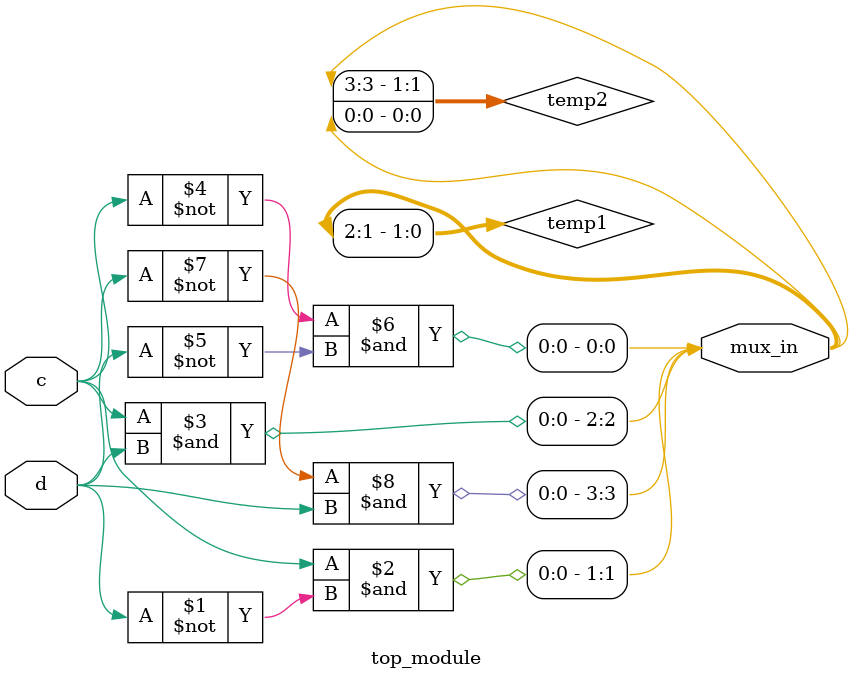
<source format=sv>
module top_module (
    input c,
    input d,
    output [3:0] mux_in
);

    wire [1:0] temp1, temp2;

    // Implement the Karnaugh map using 2-to-1 multiplexers
    assign temp1[0] = (c & ~d);
    assign temp1[1] = (c & d);
    assign temp2[0] = (~c & ~d);
    assign temp2[1] = (~c & d);

    // Connect the 2-to-1 mux outputs to the 4-to-1 mux inputs
    assign mux_in[0] = temp2[0];
    assign mux_in[1] = temp1[0];
    assign mux_in[2] = temp1[1];
    assign mux_in[3] = temp2[1];

endmodule

</source>
